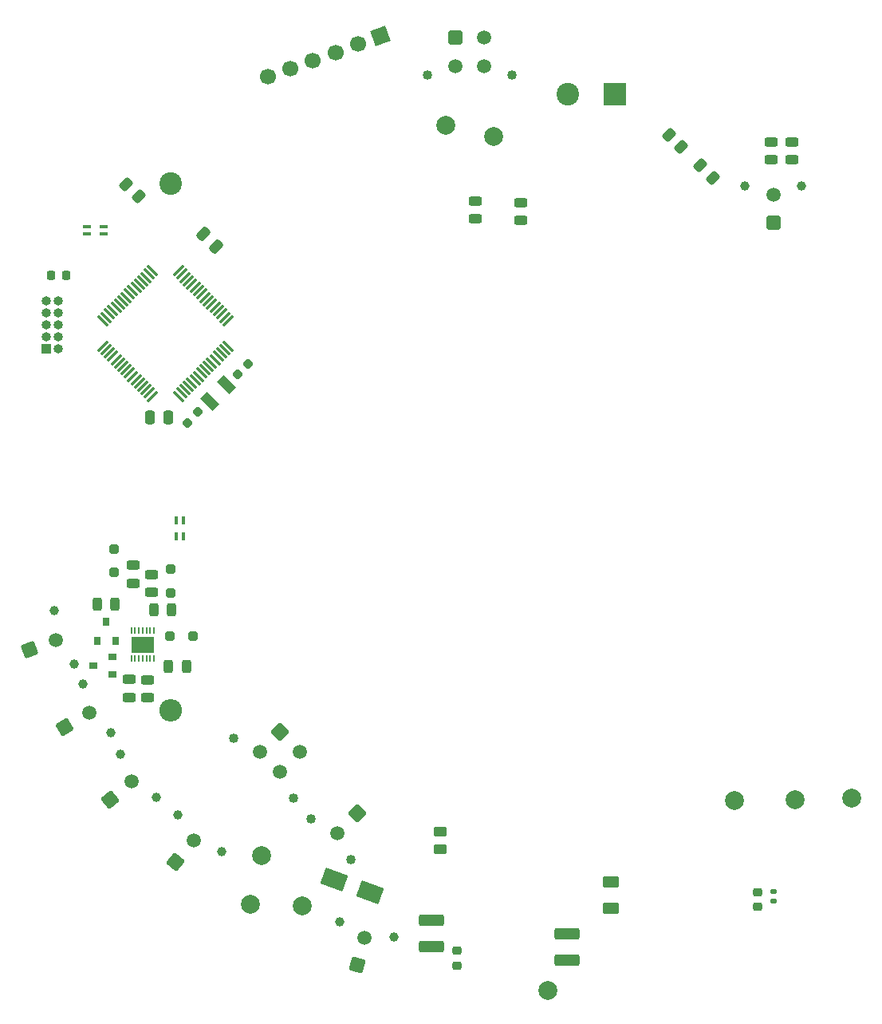
<source format=gbr>
G04 #@! TF.GenerationSoftware,KiCad,Pcbnew,7.0.10*
G04 #@! TF.CreationDate,2024-08-19T09:51:56-07:00*
G04 #@! TF.ProjectId,LCP_PowerControl,4c43505f-506f-4776-9572-436f6e74726f,rev?*
G04 #@! TF.SameCoordinates,Original*
G04 #@! TF.FileFunction,Soldermask,Bot*
G04 #@! TF.FilePolarity,Negative*
%FSLAX46Y46*%
G04 Gerber Fmt 4.6, Leading zero omitted, Abs format (unit mm)*
G04 Created by KiCad (PCBNEW 7.0.10) date 2024-08-19 09:51:56*
%MOMM*%
%LPD*%
G01*
G04 APERTURE LIST*
G04 Aperture macros list*
%AMRoundRect*
0 Rectangle with rounded corners*
0 $1 Rounding radius*
0 $2 $3 $4 $5 $6 $7 $8 $9 X,Y pos of 4 corners*
0 Add a 4 corners polygon primitive as box body*
4,1,4,$2,$3,$4,$5,$6,$7,$8,$9,$2,$3,0*
0 Add four circle primitives for the rounded corners*
1,1,$1+$1,$2,$3*
1,1,$1+$1,$4,$5*
1,1,$1+$1,$6,$7*
1,1,$1+$1,$8,$9*
0 Add four rect primitives between the rounded corners*
20,1,$1+$1,$2,$3,$4,$5,0*
20,1,$1+$1,$4,$5,$6,$7,0*
20,1,$1+$1,$6,$7,$8,$9,0*
20,1,$1+$1,$8,$9,$2,$3,0*%
%AMHorizOval*
0 Thick line with rounded ends*
0 $1 width*
0 $2 $3 position (X,Y) of the first rounded end (center of the circle)*
0 $4 $5 position (X,Y) of the second rounded end (center of the circle)*
0 Add line between two ends*
20,1,$1,$2,$3,$4,$5,0*
0 Add two circle primitives to create the rounded ends*
1,1,$1,$2,$3*
1,1,$1,$4,$5*%
%AMRotRect*
0 Rectangle, with rotation*
0 The origin of the aperture is its center*
0 $1 length*
0 $2 width*
0 $3 Rotation angle, in degrees counterclockwise*
0 Add horizontal line*
21,1,$1,$2,0,0,$3*%
G04 Aperture macros list end*
%ADD10C,1.000000*%
%ADD11RoundRect,0.250000X0.683013X-0.183013X0.183013X0.683013X-0.683013X0.183013X-0.183013X-0.683013X0*%
%ADD12C,1.500000*%
%ADD13R,1.000000X1.000000*%
%ADD14O,1.000000X1.000000*%
%ADD15RoundRect,0.250000X0.640856X-0.298836X0.298836X0.640856X-0.640856X0.298836X-0.298836X-0.640856X0*%
%ADD16RoundRect,0.250000X0.704416X0.061628X-0.061628X0.704416X-0.704416X-0.061628X0.061628X-0.704416X0*%
%ADD17RoundRect,0.250000X0.500000X0.500000X-0.500000X0.500000X-0.500000X-0.500000X0.500000X-0.500000X0*%
%ADD18C,2.000000*%
%ADD19RoundRect,0.250000X0.704416X-0.061628X0.061628X0.704416X-0.704416X0.061628X-0.061628X-0.704416X0*%
%ADD20C,1.020000*%
%ADD21RoundRect,0.250001X-0.499999X-0.499999X0.499999X-0.499999X0.499999X0.499999X-0.499999X0.499999X0*%
%ADD22C,2.010000*%
%ADD23RoundRect,0.250001X-0.707105X0.000000X0.000000X-0.707105X0.707105X0.000000X0.000000X0.707105X0*%
%ADD24C,2.400000*%
%ADD25O,2.400000X2.400000*%
%ADD26RoundRect,0.250000X-0.250000X-0.475000X0.250000X-0.475000X0.250000X0.475000X-0.250000X0.475000X0*%
%ADD27RoundRect,0.250000X0.512652X0.159099X0.159099X0.512652X-0.512652X-0.159099X-0.159099X-0.512652X0*%
%ADD28RotRect,1.700000X1.700000X290.000000*%
%ADD29HorizOval,1.700000X0.000000X0.000000X0.000000X0.000000X0*%
%ADD30RoundRect,0.250000X0.612372X0.353553X-0.353553X0.612372X-0.612372X-0.353553X0.353553X-0.612372X0*%
%ADD31R,2.400000X2.400000*%
%ADD32RoundRect,0.243750X-0.456250X0.243750X-0.456250X-0.243750X0.456250X-0.243750X0.456250X0.243750X0*%
%ADD33RoundRect,0.243750X-0.243750X-0.456250X0.243750X-0.456250X0.243750X0.456250X-0.243750X0.456250X0*%
%ADD34RoundRect,0.218750X0.026517X-0.335876X0.335876X-0.026517X-0.026517X0.335876X-0.335876X0.026517X0*%
%ADD35RoundRect,0.250000X0.625000X-0.375000X0.625000X0.375000X-0.625000X0.375000X-0.625000X-0.375000X0*%
%ADD36RoundRect,0.218750X-0.256250X0.218750X-0.256250X-0.218750X0.256250X-0.218750X0.256250X0.218750X0*%
%ADD37R,0.800000X0.900000*%
%ADD38R,0.900000X0.800000*%
%ADD39RoundRect,0.243750X-0.494975X-0.150260X-0.150260X-0.494975X0.494975X0.150260X0.150260X0.494975X0*%
%ADD40RoundRect,0.243750X0.494975X0.150260X0.150260X0.494975X-0.494975X-0.150260X-0.150260X-0.494975X0*%
%ADD41RoundRect,0.135000X0.185000X-0.135000X0.185000X0.135000X-0.185000X0.135000X-0.185000X-0.135000X0*%
%ADD42R,0.400000X0.900000*%
%ADD43R,0.900000X0.400000*%
%ADD44RoundRect,0.075000X-0.441942X-0.548008X0.548008X0.441942X0.441942X0.548008X-0.548008X-0.441942X0*%
%ADD45RoundRect,0.075000X0.441942X-0.548008X0.548008X-0.441942X-0.441942X0.548008X-0.548008X0.441942X0*%
%ADD46RotRect,1.000000X1.800000X225.000000*%
%ADD47RotRect,2.500000X1.800000X340.000000*%
%ADD48RoundRect,0.250000X-1.075000X0.375000X-1.075000X-0.375000X1.075000X-0.375000X1.075000X0.375000X0*%
%ADD49RoundRect,0.249999X-0.450001X0.262501X-0.450001X-0.262501X0.450001X-0.262501X0.450001X0.262501X0*%
%ADD50RoundRect,0.218750X0.218750X0.256250X-0.218750X0.256250X-0.218750X-0.256250X0.218750X-0.256250X0*%
%ADD51RoundRect,0.243750X0.456250X-0.243750X0.456250X0.243750X-0.456250X0.243750X-0.456250X-0.243750X0*%
%ADD52RoundRect,0.218750X-0.026517X0.335876X-0.335876X0.026517X0.026517X-0.335876X0.335876X-0.026517X0*%
%ADD53RoundRect,0.243750X0.243750X0.456250X-0.243750X0.456250X-0.243750X-0.456250X0.243750X-0.456250X0*%
%ADD54R,0.250000X0.700000*%
%ADD55R,2.350000X1.780000*%
%ADD56RoundRect,0.250000X-0.250000X-0.250000X0.250000X-0.250000X0.250000X0.250000X-0.250000X0.250000X0*%
%ADD57RoundRect,0.250000X0.250000X-0.250000X0.250000X0.250000X-0.250000X0.250000X-0.250000X-0.250000X0*%
G04 APERTURE END LIST*
D10*
X82839340Y-122497276D03*
X79839340Y-117301124D03*
D11*
X77927200Y-121869200D03*
D12*
X80525276Y-120369200D03*
D13*
X75960000Y-81770000D03*
D14*
X77230000Y-81770000D03*
X75960000Y-80500000D03*
X77230000Y-80500000D03*
X75960000Y-79230000D03*
X77230000Y-79230000D03*
X75960000Y-77960000D03*
X77230000Y-77960000D03*
X75960000Y-76690000D03*
X77230000Y-76690000D03*
D10*
X78921849Y-115187318D03*
X76869728Y-109549163D03*
D15*
X74193400Y-113715800D03*
D12*
X77012478Y-112689740D03*
D10*
X94568917Y-135079548D03*
X89972650Y-131222822D03*
D16*
X89738200Y-136169400D03*
D12*
X91666563Y-133871267D03*
D10*
X156162000Y-64449500D03*
X150162000Y-64449500D03*
D17*
X153162000Y-68389500D03*
D12*
X153162000Y-65389500D03*
D18*
X161480500Y-129413000D03*
X149034500Y-129667000D03*
X103187500Y-140843000D03*
D10*
X87699778Y-129330950D03*
X83843052Y-124734683D03*
D19*
X82753200Y-129565400D03*
D12*
X85051333Y-127637037D03*
D18*
X129222500Y-149796500D03*
D20*
X116430800Y-52708000D03*
X125430800Y-52708000D03*
D21*
X119430800Y-48768000D03*
D12*
X122430800Y-48768000D03*
X119430800Y-51768000D03*
X122430800Y-51768000D03*
D22*
X118394800Y-58032800D03*
X123494800Y-59232800D03*
X97663000Y-140652500D03*
X98863000Y-135552500D03*
D18*
X155511500Y-129603500D03*
D20*
X104092679Y-131664680D03*
X108335320Y-135907321D03*
D23*
X109000000Y-131000000D03*
D12*
X106878680Y-133121320D03*
D24*
X89217500Y-64198500D03*
D25*
X89217500Y-120078500D03*
D26*
X87000000Y-89070000D03*
X88900000Y-89070000D03*
D27*
X94021751Y-70901751D03*
X92678249Y-69558249D03*
D28*
X111455200Y-48564800D03*
D29*
X109068381Y-49433531D03*
X106681561Y-50302262D03*
X104294742Y-51170993D03*
X101907923Y-52039725D03*
X99521104Y-52908456D03*
D10*
X112934325Y-144112909D03*
X107138770Y-142559995D03*
D30*
X109016800Y-147142200D03*
D12*
X109793257Y-144244423D03*
D31*
X136390000Y-54740000D03*
D24*
X131390000Y-54740000D03*
D20*
X95892679Y-123064680D03*
X102256640Y-129428641D03*
D23*
X100800000Y-122400000D03*
D12*
X102921320Y-124521320D03*
X98678680Y-124521320D03*
X100800000Y-126642641D03*
D32*
X84772500Y-116840000D03*
X84772500Y-118715000D03*
X86741000Y-116870000D03*
X86741000Y-118745000D03*
D33*
X88978500Y-115443000D03*
X90853500Y-115443000D03*
D34*
X90995500Y-89598500D03*
X92109194Y-88484806D03*
D35*
X135890000Y-141097000D03*
X135890000Y-138297000D03*
D36*
X119570500Y-145618000D03*
X119570500Y-147193000D03*
D37*
X83312000Y-112712500D03*
X81412000Y-112712500D03*
X82362000Y-110712500D03*
D38*
X82994500Y-114432000D03*
X82994500Y-116332000D03*
X80994500Y-115382000D03*
D33*
X81422000Y-108839000D03*
X83297000Y-108839000D03*
D32*
X126339600Y-66270900D03*
X126339600Y-68145900D03*
D39*
X142085087Y-59027087D03*
X143410913Y-60352913D03*
D40*
X85770275Y-65601157D03*
X84444449Y-64275331D03*
D36*
X151511000Y-139395000D03*
X151511000Y-140970000D03*
D41*
X153162000Y-140311500D03*
X153162000Y-139291500D03*
D42*
X90570000Y-101624500D03*
X89770000Y-101624500D03*
X89770000Y-99924500D03*
X90570000Y-99924500D03*
D43*
X80342000Y-69570500D03*
X80342000Y-68770500D03*
X82042000Y-68770500D03*
X82042000Y-69570500D03*
D44*
X87284819Y-86801481D03*
X86931266Y-86447928D03*
X86577713Y-86094375D03*
X86224159Y-85740821D03*
X85870606Y-85387268D03*
X85517052Y-85033714D03*
X85163499Y-84680161D03*
X84809946Y-84326608D03*
X84456392Y-83973054D03*
X84102839Y-83619501D03*
X83749286Y-83265948D03*
X83395732Y-82912394D03*
X83042179Y-82558841D03*
X82688625Y-82205287D03*
X82335072Y-81851734D03*
X81981519Y-81498181D03*
D45*
X81981519Y-78775819D03*
X82335072Y-78422266D03*
X82688625Y-78068713D03*
X83042179Y-77715159D03*
X83395732Y-77361606D03*
X83749286Y-77008052D03*
X84102839Y-76654499D03*
X84456392Y-76300946D03*
X84809946Y-75947392D03*
X85163499Y-75593839D03*
X85517052Y-75240286D03*
X85870606Y-74886732D03*
X86224159Y-74533179D03*
X86577713Y-74179625D03*
X86931266Y-73826072D03*
X87284819Y-73472519D03*
D44*
X90007181Y-73472519D03*
X90360734Y-73826072D03*
X90714287Y-74179625D03*
X91067841Y-74533179D03*
X91421394Y-74886732D03*
X91774948Y-75240286D03*
X92128501Y-75593839D03*
X92482054Y-75947392D03*
X92835608Y-76300946D03*
X93189161Y-76654499D03*
X93542714Y-77008052D03*
X93896268Y-77361606D03*
X94249821Y-77715159D03*
X94603375Y-78068713D03*
X94956928Y-78422266D03*
X95310481Y-78775819D03*
D45*
X95310481Y-81498181D03*
X94956928Y-81851734D03*
X94603375Y-82205287D03*
X94249821Y-82558841D03*
X93896268Y-82912394D03*
X93542714Y-83265948D03*
X93189161Y-83619501D03*
X92835608Y-83973054D03*
X92482054Y-84326608D03*
X92128501Y-84680161D03*
X91774948Y-85033714D03*
X91421394Y-85387268D03*
X91067841Y-85740821D03*
X90714287Y-86094375D03*
X90360734Y-86447928D03*
X90007181Y-86801481D03*
D46*
X93350117Y-87370883D03*
X95117883Y-85603117D03*
D47*
X106578615Y-138063460D03*
X110337385Y-139431540D03*
D48*
X131254500Y-143821500D03*
X131254500Y-146621500D03*
X116865400Y-142386400D03*
X116865400Y-145186400D03*
D49*
X117792500Y-132983500D03*
X117792500Y-134808500D03*
D32*
X152908000Y-59791600D03*
X152908000Y-61666600D03*
X155143200Y-59791600D03*
X155143200Y-61666600D03*
D39*
X145415000Y-62293500D03*
X146740826Y-63619326D03*
D32*
X87185500Y-105727500D03*
X87185500Y-107602500D03*
D50*
X78097500Y-73950000D03*
X76522500Y-73950000D03*
D51*
X121564400Y-67942700D03*
X121564400Y-66067700D03*
D52*
X97394347Y-83326653D03*
X96280653Y-84440347D03*
D53*
X89281000Y-109474000D03*
X87406000Y-109474000D03*
D32*
X85217000Y-104741500D03*
X85217000Y-106616500D03*
D54*
X87412500Y-114630000D03*
X87012500Y-114630000D03*
X86612500Y-114630000D03*
X86212500Y-114630000D03*
X85812500Y-114630000D03*
X85412500Y-114630000D03*
X85012500Y-114630000D03*
X85012500Y-111680000D03*
X85412500Y-111680000D03*
X85812500Y-111680000D03*
X86212500Y-111680000D03*
X86612500Y-111680000D03*
X87012500Y-111680000D03*
X87412500Y-111680000D03*
D55*
X86212500Y-113155000D03*
D56*
X89102500Y-112220000D03*
X91602500Y-112220000D03*
D57*
X89210000Y-107630000D03*
X89210000Y-105130000D03*
X83160000Y-105467500D03*
X83160000Y-102967500D03*
M02*

</source>
